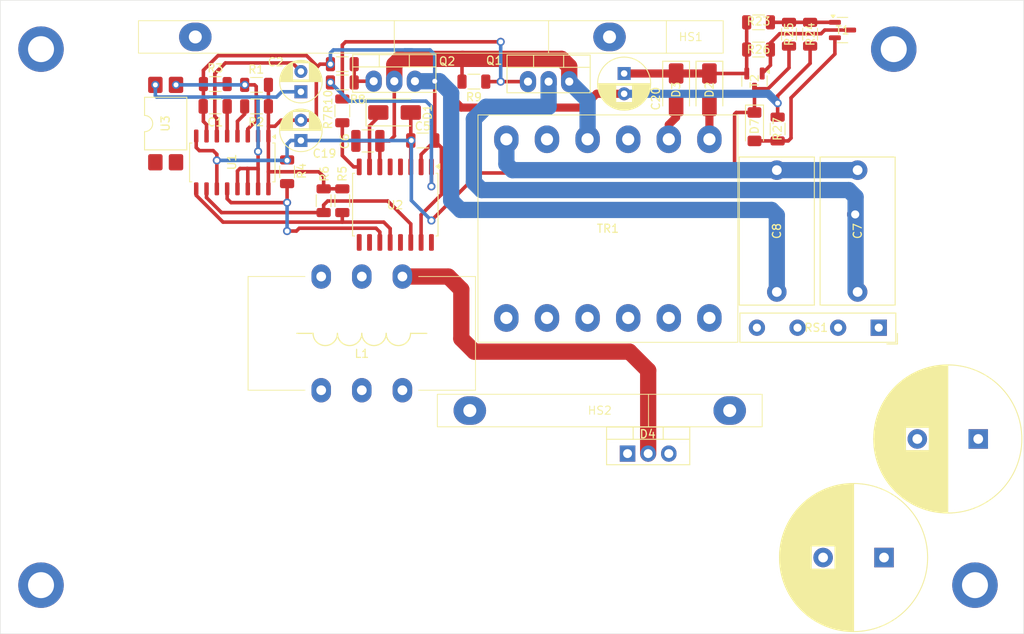
<source format=kicad_pcb>
(kicad_pcb (version 20241229) (generator "pcbnew") (generator_version "9.0")
  (layers (0 "F.Cu" signal) (2 "B.Cu" signal) (5 "F.SilkS" user "F.Silkscreen") (7 "B.SilkS" user "B.Silkscreen") (1 "F.Mask" user) (3 "B.Mask" user) (25 "Edge.Cuts" user))
  (net 0 "")
  (net 3 "GND2")
  (net 5 "+HV")
  (net 8 "Net-(D1-C)")
  (net 9 "Net-(U2-HO)")
  (net 10 "Net-(U2-LO)")
  (net 13 "Net-(U1-E2)")
  (net 14 "Net-(U1-E1)")
  (net 15 "Net-(U1-VCC)")
  (net 22 "Net-(Q1-S)")
  (net 23 "Net-(Q1-G)")
  (net 24 "Net-(Q2-G)")
  (net 25 "Net-(C7-Pad1)")
  (net 26 "Net-(U1-CT)")
  (net 27 "Net-(U1-RT)")
  (net 28 "Net-(U1-1IN-)")
  (net 29 "Net-(C17-Pad2)")
  (net 30 "Net-(U1-DTC)")
  (net 31 "Net-(U1-FB)")
  (net 34 "Net-(D2-C)")
  (net 35 "Net-(D2-A)")
  (net 36 "Net-(D3-A)")
  (net 37 "Net-(D4-A2)")
  (net 38 "Net-(D4-A1)")
  (net 39 "Net-(D4-K)")
  (net 40 "VCC")
  (net 41 "Net-(D7-A)")
  (net 42 "Net-(T1-B)")
  (net 43 "Net-(T1-C)")
  (net 44 "GND")
  (footprint "Resistor_SMD:R_1206_3216Metric" (layer "F.Cu") (at 111.5375 50.4 180)
    (property "Reference" "R1" (at 0.0375 1.9 0) (layer "F.SilkS"))
    (property "Value" "1k")
    (pad "1" smd roundrect (at -1.4625 0 180) (size 1.125 1.75) (layers "F.Cu" "F.Mask" "F.Paste") (roundrect_rratio 0.222222) (net 3 "GND2"))
    (pad "2" smd roundrect (at 1.4625 0 180) (size 1.125 1.75) (layers "F.Cu" "F.Mask" "F.Paste") (roundrect_rratio 0.222222) (net 31 "Net-(U1-FB)"))
  )
  (footprint "Resistor_SMD:R_1206_3216Metric" (layer "F.Cu") (at 177.1 44.1625 90)
    (property "Reference" "R25" (at 0 -0.005 90) (layer "F.SilkS"))
    (property "Value" "100k")
    (pad "1" smd roundrect (at -1.4625 0 90) (size 1.125 1.75) (layers "F.Cu" "F.Mask" "F.Paste") (roundrect_rratio 0.222222) (net 40 "VCC"))
    (pad "2" smd roundrect (at 1.4625 0 90) (size 1.125 1.75) (layers "F.Cu" "F.Mask" "F.Paste") (roundrect_rratio 0.222222) (net 42 "Net-(T1-B)"))
  )
  (footprint "Package_TO_SOT_THT:TO-220-3_Vertical" (layer "F.Cu") (at 157.22 95.8)
    (property "Reference" "D4" (at 2.48 -2.4 0) (layer "F.SilkS"))
    (property "Value" "~")
    (pad "1" thru_hole rect (at 0 0) (size 1.905 2) (drill 1.1) (layers "*.Cu" "*.Mask") (net 38 "Net-(D4-A1)"))
    (pad "2" thru_hole oval (at 2.54 0) (size 1.905 2) (drill 1.1) (layers "*.Cu" "*.Mask") (net 39 "Net-(D4-K)"))
    (pad "3" thru_hole oval (at 5.08 0) (size 1.905 2) (drill 1.1) (layers "*.Cu" "*.Mask") (net 37 "Net-(D4-A2)"))
  )
  (footprint "Resistor_SMD:R_1206_3216Metric" (layer "F.Cu") (at 179.7 44.1625 90)
    (property "Reference" "R24" (at 0 0.035 90) (layer "F.SilkS"))
    (property "Value" "7k5")
    (pad "1" smd roundrect (at -1.4625 0 90) (size 1.125 1.75) (layers "F.Cu" "F.Mask" "F.Paste") (roundrect_rratio 0.222222) (net 3 "GND2"))
    (pad "2" smd roundrect (at 1.4625 0 90) (size 1.125 1.75) (layers "F.Cu" "F.Mask" "F.Paste") (roundrect_rratio 0.222222) (net 42 "Net-(T1-B)"))
  )
  (footprint "Resistor_SMD:R_1206_3216Metric" (layer "F.Cu") (at 106.4575 50.3)
    (property "Reference" "R3" (at -0.0075 -1.95 0) (layer "F.SilkS"))
    (property "Value" "11k")
    (pad "1" smd roundrect (at -1.4625 0) (size 1.125 1.75) (layers "F.Cu" "F.Mask" "F.Paste") (roundrect_rratio 0.222222) (net 3 "GND2"))
    (pad "2" smd roundrect (at 1.4625 0) (size 1.125 1.75) (layers "F.Cu" "F.Mask" "F.Paste") (roundrect_rratio 0.222222) (net 27 "Net-(U1-RT)"))
  )
  (footprint "Resistor_SMD:R_1206_3216Metric" (layer "F.Cu") (at 122.1 50.1)
    (property "Reference" "R8" (at 1.9 2.1 0) (layer "F.SilkS"))
    (property "Value" "33")
    (pad "1" smd roundrect (at -1.4625 0) (size 1.125 1.75) (layers "F.Cu" "F.Mask" "F.Paste") (roundrect_rratio 0.222222) (net 10 "Net-(U2-LO)"))
    (pad "2" smd roundrect (at 1.4625 0) (size 1.125 1.75) (layers "F.Cu" "F.Mask" "F.Paste") (roundrect_rratio 0.222222) (net 24 "Net-(Q2-G)"))
  )
  (footprint "_aTransformers:E36-FLEX-200A-P" (layer "F.Cu") (at 154.8 68.1 180)
    (property "Reference" "TR1" (at 0 0 0) (layer "F.SilkS"))
    (property "Value" "HB-FLEX-200A-1")
    (pad "1" thru_hole oval (at -12.5 11 180) (size 3 3.4) (drill 1.5) (layers "*.Cu" "*.Mask") (net 35 "Net-(D2-A)"))
    (pad "2" thru_hole oval (at -7.5 11 180) (size 3 3.4) (drill 1.5) (layers "*.Cu" "*.Mask") (net 36 "Net-(D3-A)"))
    (pad "3" thru_hole oval (at -2.5 11 180) (size 3 3.4) (drill 1.5) (layers "*.Cu" "*.Mask"))
    (pad "4" thru_hole oval (at 2.5 11 180) (size 3 3.4) (drill 1.5) (layers "*.Cu" "*.Mask") (net 22 "Net-(Q1-S)"))
    (pad "5" thru_hole oval (at 7.5 11 180) (size 3 3.4) (drill 1.5) (layers "*.Cu" "*.Mask"))
    (pad "6" thru_hole oval (at 12.5 11 180) (size 3 3.4) (drill 1.5) (layers "*.Cu" "*.Mask") (net 25 "Net-(C7-Pad1)"))
    (pad "7" thru_hole oval (at 12.5 -11 180) (size 3 3.4) (drill 1.5) (layers "*.Cu" "*.Mask") (net 38 "Net-(D4-A1)"))
    (pad "8" thru_hole oval (at 7.5 -11 180) (size 3 3.4) (drill 1.5) (layers "*.Cu" "*.Mask") (net 38 "Net-(D4-A1)"))
    (pad "9" thru_hole oval (at 2.5 -11 180) (size 3 3.4) (drill 1.5) (layers "*.Cu" "*.Mask") (net 44 "GND"))
    (pad "10" thru_hole oval (at -2.5 -11 180) (size 3 3.4) (drill 1.5) (layers "*.Cu" "*.Mask") (net 44 "GND"))
    (pad "11" thru_hole oval (at -7.5 -11 180) (size 3 3.4) (drill 1.5) (layers "*.Cu" "*.Mask") (net 37 "Net-(D4-A2)"))
    (pad "12" thru_hole oval (at -12.5 -11 180) (size 3 3.4) (drill 1.5) (layers "*.Cu" "*.Mask") (net 37 "Net-(D4-A2)"))
  )
  (footprint "Resistor_SMD:R_1206_3216Metric" (layer "F.Cu") (at 115.3 61.1 90)
    (property "Reference" "R4" (at 0.1 1.8 90) (layer "F.SilkS"))
    (property "Value" "27")
    (pad "1" smd roundrect (at -1.4625 0 90) (size 1.125 1.75) (layers "F.Cu" "F.Mask" "F.Paste") (roundrect_rratio 0.222222) (net 15 "Net-(U1-VCC)"))
    (pad "2" smd roundrect (at 1.4625 0 90) (size 1.125 1.75) (layers "F.Cu" "F.Mask" "F.Paste") (roundrect_rratio 0.222222) (net 40 "VCC"))
  )
  (footprint "Resistor_SMD:R_1206_3216Metric" (layer "F.Cu") (at 173.35 46.05 180)
    (property "Reference" "R26" (at 0 0.005 0) (layer "F.SilkS"))
    (property "Value" "100k")
    (pad "1" smd roundrect (at -1.4625 0 180) (size 1.125 1.75) (layers "F.Cu" "F.Mask" "F.Paste") (roundrect_rratio 0.222222) (net 43 "Net-(T1-C)"))
    (pad "2" smd roundrect (at 1.4625 0 180) (size 1.125 1.75) (layers "F.Cu" "F.Mask" "F.Paste") (roundrect_rratio 0.222222) (net 34 "Net-(D2-C)"))
  )
  (footprint "MountingHole:MountingHole_3.2mm_M3_DIN965_Pad" (layer "F.Cu") (at 190 46)
    (property "Reference" "H2" (hide yes))
    (property "Value" "MountingHole")
    (pad "1" thru_hole circle (at 0 0) (size 5.6 5.6) (drill 3.2) (layers "*.Cu" "*.Mask"))
  )
  (footprint "MountingHole:MountingHole_3.2mm_M3_DIN965_Pad" (layer "F.Cu") (at 85 112)
    (property "Reference" "H3" (hide yes))
    (property "Value" "MountingHole")
    (pad "1" thru_hole circle (at 0 0) (size 5.6 5.6) (drill 3.2) (layers "*.Cu" "*.Mask"))
  )
  (footprint "Package_DIP:SMDIP-4_W9.53mm" (layer "F.Cu") (at 100.35 55.165 90)
    (property "Reference" "U3" (at 0 -0.03 90) (layer "F.SilkS"))
    (property "Value" "PC817")
    (pad "1" smd roundrect (at -4.765 -1.27 90) (size 2 1.78) (layers "F.Cu" "F.Mask" "F.Paste") (roundrect_rratio 0.140449))
    (pad "2" smd roundrect (at -4.765 1.27 90) (size 2 1.78) (layers "F.Cu" "F.Mask" "F.Paste") (roundrect_rratio 0.140449))
    (pad "3" smd roundrect (at 4.765 1.27 90) (size 2 1.78) (layers "F.Cu" "F.Mask" "F.Paste") (roundrect_rratio 0.140449) (net 31 "Net-(U1-FB)"))
    (pad "4" smd roundrect (at 4.765 -1.27 90) (size 2 1.78) (layers "F.Cu" "F.Mask" "F.Paste") (roundrect_rratio 0.140449) (net 28 "Net-(U1-1IN-)"))
  )
  (footprint "Diode_THT:Diode_Bridge_19.0x3.5x10.0mm_P5.0mm" (layer "F.Cu") (at 188.15 80.3 180)
    (property "Reference" "RS1" (at 7.7 0 0) (layer "F.SilkS"))
    (property "Value" "BRIDGE")
    (pad "1" thru_hole rect (at 0 0 180) (size 2 2) (drill 1) (layers "*.Cu" "*.Mask") (net 5 "+HV"))
    (pad "2" thru_hole circle (at 5 0 180) (size 2 2) (drill 1) (layers "*.Cu" "*.Mask"))
    (pad "3" thru_hole circle (at 10 0 180) (size 2 2) (drill 1) (layers "*.Cu" "*.Mask"))
    (pad "4" thru_hole circle (at 15 0 180) (size 2 2) (drill 1) (layers "*.Cu" "*.Mask") (net 3 "GND2"))
  )
  (footprint "Resistor_SMD:R_1206_3216Metric" (layer "F.Cu") (at 122.1 47.8505 180)
    (property "Reference" "R10" (at 1.75 -4.5995 90) (layer "F.SilkS"))
    (property "Value" "1k")
    (pad "1" smd roundrect (at -1.4625 0 180) (size 1.125 1.75) (layers "F.Cu" "F.Mask" "F.Paste") (roundrect_rratio 0.222222) (net 24 "Net-(Q2-G)"))
    (pad "2" smd roundrect (at 1.4625 0 180) (size 1.125 1.75) (layers "F.Cu" "F.Mask" "F.Paste") (roundrect_rratio 0.222222) (net 3 "GND2"))
  )
  (footprint "Diode_SMD:D_SMA" (layer "F.Cu") (at 163.2 51 -90)
    (property "Reference" "D3" (at 0 0 90) (layer "F.SilkS"))
    (property "Value" "ES1J")
    (pad "1" smd roundrect (at -2 0 270) (size 2.5 1.8) (layers "F.Cu" "F.Mask" "F.Paste") (roundrect_rratio 0.1388888889) (net 34 "Net-(D2-C)"))
    (pad "2" smd roundrect (at 2 0 270) (size 2.5 1.8) (layers "F.Cu" "F.Mask" "F.Paste") (roundrect_rratio 0.1388888889) (net 36 "Net-(D3-A)"))
  )
  (footprint "Capacitor_THT:CP_Radial_D18.0mm_P7.50mm" (layer "F.Cu") (at 188.8 108.6 180)
    (property "Reference" "C22" (hide yes))
    (property "Value" "330x200")
    (pad "1" thru_hole rect (at 0 0 180) (size 2.4 2.4) (drill 1.2) (layers "*.Cu" "*.Mask") (net 29 "Net-(C17-Pad2)"))
    (pad "2" thru_hole circle (at 7.5 0 180) (size 2.4 2.4) (drill 1.2) (layers "*.Cu" "*.Mask") (net 3 "GND2"))
  )
  (footprint "Capacitor_THT:C_Rect_L18.0mm_W9.0mm_P15.00mm_FKS3_FKP3" (layer "F.Cu") (at 185.55 60.9 -90)
    (property "Reference" "C7" (at 7.5 0 90) (layer "F.SilkS"))
    (property "Value" "1u")
    (pad "1" thru_hole circle (at 0 0 270) (size 2.4 2.4) (drill 1.2) (layers "*.Cu" "*.Mask") (net 25 "Net-(C7-Pad1)"))
    (pad "2" thru_hole circle (at 15 0 270) (size 2.4 2.4) (drill 1.2) (layers "*.Cu" "*.Mask") (net 5 "+HV"))
  )
  (footprint "Capacitor_THT:CP_Radial_D5.0mm_P2.50mm" (layer "F.Cu") (at 117 57.25 90)
    (property "Reference" "C19" (at -1.6 2.9 180) (layer "F.SilkS"))
    (property "Value" "10x35")
    (pad "1" thru_hole rect (at 0 0 90) (size 1.6 1.6) (drill 0.8) (layers "*.Cu" "*.Mask") (net 40 "VCC"))
    (pad "2" thru_hole circle (at 2.5 0 90) (size 1.6 1.6) (drill 0.8) (layers "*.Cu" "*.Mask") (net 3 "GND2"))
  )
  (footprint "mmods:TO-220-3-01" (layer "F.Cu") (at 125.96 49.9495)
    (property "Reference" "Q2" (at 9.04 -2.4495 0) (layer "F.SilkS"))
    (property "Value" "740")
    (pad "1" thru_hole oval (at 0 0) (size 2 2.6) (drill 1) (layers "*.Cu" "*.Mask") (net 24 "Net-(Q2-G)"))
    (pad "2" thru_hole oval (at 2.54 0) (size 2 2.6) (drill 1) (layers "*.Cu" "*.Mask") (net 22 "Net-(Q1-S)"))
    (pad "3" thru_hole oval (at 5.08 0) (size 2 2.6) (drill 1) (layers "*.Cu" "*.Mask") (net 3 "GND2"))
  )
  (footprint "Diode_SMD:D_MiniMELF" (layer "F.Cu") (at 172.85 55.55 -90)
    (property "Reference" "D7" (at -0.05 0 90) (layer "F.SilkS"))
    (property "Value" "DIODE")
    (pad "1" smd roundrect (at -1.75 0 270) (size 1.3 1.7) (layers "F.Cu" "F.Mask" "F.Paste") (roundrect_rratio 0.1923076923) (net 40 "VCC"))
    (pad "2" smd roundrect (at 1.75 0 270) (size 1.3 1.7) (layers "F.Cu" "F.Mask" "F.Paste") (roundrect_rratio 0.1923076923) (net 41 "Net-(D7-A)"))
  )
  (footprint "Capacitor_SMD:C_1210_3225Metric" (layer "F.Cu") (at 125.245 57.3 180)
    (property "Reference" "C6" (at 2.845 -0.05 90) (layer "F.SilkS"))
    (property "Value" "2,2")
    (pad "1" smd roundrect (at -1.475 0 180) (size 1.15 2.7) (layers "F.Cu" "F.Mask" "F.Paste") (roundrect_rratio 0.217391) (net 22 "Net-(Q1-S)"))
    (pad "2" smd roundrect (at 1.475 0 180) (size 1.15 2.7) (layers "F.Cu" "F.Mask" "F.Paste") (roundrect_rratio 0.217391) (net 8 "Net-(D1-C)"))
  )
  (footprint "Capacitor_SMD:C_1206_3216Metric" (layer "F.Cu") (at 132.005 57.25 180)
    (property "Reference" "C5" (at 0.005 1.75 0) (layer "F.SilkS"))
    (property "Value" "2,2")
    (pad "1" smd roundrect (at -1.475 0 180) (size 1.15 1.8) (layers "F.Cu" "F.Mask" "F.Paste") (roundrect_rratio 0.217391) (net 3 "GND2"))
    (pad "2" smd roundrect (at 1.475 0 180) (size 1.15 1.8) (layers "F.Cu" "F.Mask" "F.Paste") (roundrect_rratio 0.217391) (net 40 "VCC"))
  )
  (footprint "Package_TO_SOT_SMD:SOT-23" (layer "F.Cu") (at 183.6875 43.65)
    (property "Reference" "T1" (at 0 0.02 0) (layer "F.SilkS"))
    (property "Value" "BC817")
    (pad "1" smd roundrect (at -0.9375 -0.95) (size 1.475 0.6) (layers "F.Cu" "F.Mask" "F.Paste") (net 42 "Net-(T1-B)"))
    (pad "2" smd roundrect (at -0.9375 0.95) (size 1.475 0.6) (layers "F.Cu" "F.Mask" "F.Paste") (net 41 "Net-(D7-A)"))
    (pad "3" smd roundrect (at 0.9375 0) (size 1.475 0.6) (layers "F.Cu" "F.Mask" "F.Paste") (net 43 "Net-(T1-C)"))
  )
  (footprint "_aTransformers:DRO05-FLEX-200A" (layer "F.Cu") (at 124.5 81 180)
    (property "Reference" "L1" (at 0 -2.5 0) (layer "F.SilkS"))
    (property "Value" "LFERR")
    (pad "1" thru_hole oval (at -5 7 180) (size 2.4 3) (drill 1.2) (layers "*.Cu" "*.Mask") (net 39 "Net-(D4-K)"))
    (pad "1" thru_hole oval (at 0 7 180) (size 2.4 3) (drill 1.2) (layers "*.Cu" "*.Mask") (net 39 "Net-(D4-K)"))
    (pad "1" thru_hole oval (at 5 7 180) (size 2.4 3) (drill 1.2) (layers "*.Cu" "*.Mask") (net 39 "Net-(D4-K)"))
    (pad "2" thru_hole oval (at -5 -7 180) (size 2.4 3) (drill 1.2) (layers "*.Cu" "*.Mask"))
    (pad "2" thru_hole oval (at 0 -7 180) (size 2.4 3) (drill 1.2) (layers "*.Cu" "*.Mask"))
    (pad "2" thru_hole oval (at 5 -7 180) (size 2.4 3) (drill 1.2) (layers "*.Cu" "*.Mask"))
  )
  (footprint "Resistor_SMD:R_1206_3216Metric" (layer "F.Cu") (at 175.7 55.8375 -90)
    (property "Reference" "R27" (at 0 0.015 90) (layer "F.SilkS"))
    (property "Value" "1k")
    (pad "1" smd roundrect (at -1.4625 0 270) (size 1.125 1.75) (layers "F.Cu" "F.Mask" "F.Paste") (roundrect_rratio 0.222222) (net 3 "GND2"))
    (pad "2" smd roundrect (at 1.4625 0 270) (size 1.125 1.75) (layers "F.Cu" "F.Mask" "F.Paste") (roundrect_rratio 0.222222) (net 41 "Net-(D7-A)"))
  )
  (footprint "Resistor_SMD:R_1206_3216Metric" (layer "F.Cu") (at 122.1 64.6625 90)
    (property "Reference" "R5" (at 3.3125 0 90) (layer "F.SilkS"))
    (property "Value" "10k")
    (pad "1" smd roundrect (at -1.4625 0 90) (size 1.125 1.75) (layers "F.Cu" "F.Mask" "F.Paste") (roundrect_rratio 0.222222) (net 14 "Net-(U1-E1)"))
    (pad "2" smd roundrect (at 1.4625 0 90) (size 1.125 1.75) (layers "F.Cu" "F.Mask" "F.Paste") (roundrect_rratio 0.222222) (net 3 "GND2"))
  )
  (footprint "Resistor_SMD:R_1206_3216Metric" (layer "F.Cu") (at 173.35 42.7 180)
    (property "Reference" "R23" (at 0 0.125 0) (layer "F.SilkS"))
    (property "Value" "470k")
    (pad "1" smd roundrect (at -1.4625 0 180) (size 1.125 1.75) (layers "F.Cu" "F.Mask" "F.Paste") (roundrect_rratio 0.222222) (net 42 "Net-(T1-B)"))
    (pad "2" smd roundrect (at 1.4625 0 180) (size 1.125 1.75) (layers "F.Cu" "F.Mask" "F.Paste") (roundrect_rratio 0.222222) (net 34 "Net-(D2-C)"))
  )
  (footprint "_aHeatsink:HeatsinkFLEX-200A-2" (layer "F.Cu") (at 153.8 90.5)
    (property "Reference" "HS2" (at 0 0 0) (layer "F.SilkS") (effects (font (thickness 0.12))))
    (property "Value" "Heatsink_Pad")
    (pad "1" thru_hole oval (at -16 0) (size 4 3.5) (drill 1.6) (layers "*.Cu" "*.Mask"))
    (pad "2" thru_hole oval (at 16 0) (size 4 3.5) (drill 1.6) (layers "*.Cu" "*.Mask"))
  )
  (footprint "MountingHole:MountingHole_3.2mm_M3_DIN965_Pad" (layer "F.Cu") (at 85 46)
    (property "Reference" "H1" (hide yes))
    (property "Value" "MountingHole")
    (pad "1" thru_hole circle (at 0 0) (size 5.6 5.6) (drill 3.2) (layers "*.Cu" "*.Mask"))
  )
  (footprint "Package_SO:SOIC-16W_7.5x10.3mm_P1.27mm" (layer "F.Cu") (at 128.625 65.15 -90)
    (property "Reference" "U2" (at 0.05 0.025 180) (layer "F.SilkS"))
    (property "Value" "IR2113S")
    (pad "1" smd roundrect (at -4.65 -4.445 270) (size 2.05 0.6) (layers "F.Cu" "F.Mask" "F.Paste") (net 10 "Net-(U2-LO)"))
    (pad "2" smd roundrect (at -4.65 -3.175 270) (size 2.05 0.6) (layers "F.Cu" "F.Mask" "F.Paste") (net 3 "GND2"))
    (pad "3" smd roundrect (at -4.65 -1.905 270) (size 2.05 0.6) (layers "F.Cu" "F.Mask" "F.Paste") (net 40 "VCC"))
    (pad "4" smd roundrect (at -4.65 -0.635 270) (size 2.05 0.6) (layers "F.Cu" "F.Mask" "F.Paste"))
    (pad "5" smd roundrect (at -4.65 0.635 270) (size 2.05 0.6) (layers "F.Cu" "F.Mask" "F.Paste"))
    (pad "6" smd roundrect (at -4.65 1.905 270) (size 2.05 0.6) (layers "F.Cu" "F.Mask" "F.Paste") (net 22 "Net-(Q1-S)"))
    (pad "7" smd roundrect (at -4.65 3.175 270) (size 2.05 0.6) (layers "F.Cu" "F.Mask" "F.Paste") (net 8 "Net-(D1-C)"))
    (pad "8" smd roundrect (at -4.65 4.445 270) (size 2.05 0.6) (layers "F.Cu" "F.Mask" "F.Paste") (net 9 "Net-(U2-HO)"))
    (pad "9" smd roundrect (at 4.65 4.445 270) (size 2.05 0.6) (layers "F.Cu" "F.Mask" "F.Paste"))
    (pad "10" smd roundrect (at 4.65 3.175 270) (size 2.05 0.6) (layers "F.Cu" "F.Mask" "F.Paste"))
    (pad "11" smd roundrect (at 4.65 1.905 270) (size 2.05 0.6) (layers "F.Cu" "F.Mask" "F.Paste") (net 15 "Net-(U1-VCC)"))
    (pad "12" smd roundrect (at 4.65 0.635 270) (size 2.05 0.6) (layers "F.Cu" "F.Mask" "F.Paste") (net 14 "Net-(U1-E1)"))
    (pad "13" smd roundrect (at 4.65 -0.635 270) (size 2.05 0.6) (layers "F.Cu" "F.Mask" "F.Paste"))
    (pad "14" smd roundrect (at 4.65 -1.905 270) (size 2.05 0.6) (layers "F.Cu" "F.Mask" "F.Paste") (net 13 "Net-(U1-E2)"))
    (pad "15" smd roundrect (at 4.65 -3.175 270) (size 2.05 0.6) (layers "F.Cu" "F.Mask" "F.Paste") (net 3 "GND2"))
    (pad "16" smd roundrect (at 4.65 -4.445 270) (size 2.05 0.6) (layers "F.Cu" "F.Mask" "F.Paste"))
  )
  (footprint "Resistor_SMD:R_1206_3216Metric" (layer "F.Cu") (at 122.1 53.6 90)
    (property "Reference" "R7" (at -1.3 -1.75 90) (layer "F.SilkS"))
    (property "Value" "33")
    (pad "1" smd roundrect (at -1.4625 0 90) (size 1.125 1.75) (layers "F.Cu" "F.Mask" "F.Paste") (roundrect_rratio 0.222222) (net 9 "Net-(U2-HO)"))
    (pad "2" smd roundrect (at 1.4625 0 90) (size 1.125 1.75) (layers "F.Cu" "F.Mask" "F.Paste") (roundrect_rratio 0.222222) (net 23 "Net-(Q1-G)"))
  )
  (footprint "Capacitor_THT:CP_Radial_D5.0mm_P2.50mm" (layer "F.Cu") (at 117 51.25 90)
    (property "Reference" "C2" (at 3.65 -3.1 180) (layer "F.SilkS"))
    (property "Value" "10x35")
    (pad "1" thru_hole rect (at 0 0 90) (size 1.6 1.6) (drill 0.8) (layers "*.Cu" "*.Mask") (net 28 "Net-(U1-1IN-)"))
    (pad "2" thru_hole circle (at 2.5 0 90) (size 1.6 1.6) (drill 0.8) (layers "*.Cu" "*.Mask") (net 27 "Net-(U1-RT)"))
  )
  (footprint "Capacitor_SMD:C_1206_3216Metric" (layer "F.Cu") (at 106.445 53.05 180)
    (property "Reference" "C1" (at -0.005 -1.95 0) (layer "F.SilkS"))
    (property "Value" "1000")
    (pad "1" smd roundrect (at -1.475 0 180) (size 1.15 1.8) (layers "F.Cu" "F.Mask" "F.Paste") (roundrect_rratio 0.217391) (net 26 "Net-(U1-CT)"))
    (pad "2" smd roundrect (at 1.475 0 180) (size 1.15 1.8) (layers "F.Cu" "F.Mask" "F.Paste") (roundrect_rratio 0.217391) (net 3 "GND2"))
  )
  (footprint "Package_SO:SOIC-16_4.55x10.3mm_P1.27mm" (layer "F.Cu") (at 108.555 59.95 -90)
    (property "Reference" "U1" (at -0.05 0.045 90) (layer "F.SilkS"))
    (property "Value" "TL494IDR")
    (pad "1" smd roundrect (at -3.25 -4.445 270) (size 1.6 0.55) (layers "F.Cu" "F.Mask" "F.Paste") (net 3 "GND2"))
    (pad "2" smd roundrect (at -3.25 -3.175 270) (size 1.6 0.55) (layers "F.Cu" "F.Mask" "F.Paste") (net 28 "Net-(U1-1IN-)"))
    (pad "3" smd roundrect (at -3.25 -1.905 270) (size 1.6 0.55) (layers "F.Cu" "F.Mask" "F.Paste") (net 31 "Net-(U1-FB)"))
    (pad "4" smd roundrect (at -3.25 -0.635 270) (size 1.6 0.55) (layers "F.Cu" "F.Mask" "F.Paste") (net 30 "Net-(U1-DTC)"))
    (pad "5" smd roundrect (at -3.25 0.635 270) (size 1.6 0.55) (layers "F.Cu" "F.Mask" "F.Paste") (net 26 "Net-(U1-CT)"))
    (pad "6" smd roundrect (at -3.25 1.905 270) (size 1.6 0.55) (layers "F.Cu" "F.Mask" "F.Paste") (net 27 "Net-(U1-RT)"))
    (pad "7" smd roundrect (at -3.25 3.175 270) (size 1.6 0.55) (layers "F.Cu" "F.Mask" "F.Paste") (net 3 "GND2"))
    (pad "8" smd roundrect (at -3.25 4.445 270) (size 1.6 0.55) (layers "F.Cu" "F.Mask" "F.Paste") (net 40 "VCC"))
    (pad "9" smd roundrect (at 3.25 4.445 270) (size 1.6 0.55) (layers "F.Cu" "F.Mask" "F.Paste") (net 14 "Net-(U1-E1)"))
    (pad "10" smd roundrect (at 3.25 3.175 270) (size 1.6 0.55) (layers "F.Cu" "F.Mask" "F.Paste") (net 13 "Net-(U1-E2)"))
    (pad "11" smd roundrect (at 3.25 1.905 270) (size 1.6 0.55) (layers "F.Cu" "F.Mask" "F.Paste") (net 40 "VCC"))
    (pad "12" smd roundrect (at 3.25 0.635 270) (size 1.6 0.55) (layers "F.Cu" "F.Mask" "F.Paste") (net 15 "Net-(U1-VCC)"))
    (pad "13" smd roundrect (at 3.25 -0.635 270) (size 1.6 0.55) (layers "F.Cu" "F.Mask" "F.Paste") (net 28 "Net-(U1-1IN-)"))
    (pad "14" smd roundrect (at 3.25 -1.905 270) (size 1.6 0.55) (layers "F.Cu" "F.Mask" "F.Paste") (net 28 "Net-(U1-1IN-)"))
    (pad "15" smd roundrect (at 3.25 -3.175 270) (size 1.6 0.55) (layers "F.Cu" "F.Mask" "F.Paste") (net 28 "Net-(U1-1IN-)"))
    (pad "16" smd roundrect (at 3.25 -4.445 270) (size 1.6 0.55) (layers "F.Cu" "F.Mask" "F.Paste") (net 3 "GND2"))
  )
  (footprint "Capacitor_THT:CP_Radial_D18.0mm_P7.50mm" (layer "F.Cu") (at 200.4 94 180)
    (property "Reference" "C17" (hide yes))
    (property "Value" "330x200")
    (pad "1" thru_hole rect (at 0 0 180) (size 2.4 2.4) (drill 1.2) (layers "*.Cu" "*.Mask") (net 5 "+HV"))
    (pad "2" thru_hole circle (at 7.5 0 180) (size 2.4 2.4) (drill 1.2) (layers "*.Cu" "*.Mask") (net 29 "Net-(C17-Pad2)"))
  )
  (footprint "_aHeatsink:HeatsinkFLEX-200A-1" (layer "F.Cu") (at 133 44.5)
    (property "Reference" "HS1" (at 32 0 0) (layer "F.SilkS") (effects (font (thickness 0.12))))
    (property "Value" "Heatsink_Pad")
    (pad "1" thru_hole oval (at -29 0) (size 4 3.5) (drill 1.6) (layers "*.Cu" "*.Mask"))
    (pad "2" thru_hole oval (at 22 0) (size 4 3.5) (drill 1.6) (layers "*.Cu" "*.Mask"))
  )
  (footprint "Resistor_SMD:R_1206_3216Metric" (layer "F.Cu") (at 111.5375 53.05 180)
    (property "Reference" "R2" (at 0.0375 -1.92 0) (layer "F.SilkS"))
    (property "Value" "10k")
    (pad "1" smd roundrect (at -1.4625 0 180) (size 1.125 1.75) (layers "F.Cu" "F.Mask" "F.Paste") (roundrect_rratio 0.222222) (net 3 "GND2"))
    (pad "2" smd roundrect (at 1.4625 0 180) (size 1.125 1.75) (layers "F.Cu" "F.Mask" "F.Paste") (roundrect_rratio 0.222222) (net 30 "Net-(U1-DTC)"))
  )
  (footprint "MountingHole:MountingHole_3.2mm_M3_DIN965_Pad" (layer "F.Cu") (at 200 112)
    (property "Reference" "H4" (hide yes))
    (property "Value" "MountingHole")
    (pad "1" thru_hole circle (at 0 0) (size 5.6 5.6) (drill 3.2) (layers "*.Cu" "*.Mask"))
  )
  (footprint "mmods:TO-220-3-01" (layer "F.Cu") (at 144.96 50)
    (property "Reference" "Q1" (at -4.16 -2.6 0) (layer "F.SilkS"))
    (property "Value" "740")
    (pad "1" thru_hole oval (at 0 0) (size 2 2.6) (drill 1) (layers "*.Cu" "*.Mask") (net 23 "Net-(Q1-G)"))
    (pad "2" thru_hole oval (at 2.54 0) (size 2 2.6) (drill 1) (layers "*.Cu" "*.Mask") (net 5 "+HV"))
    (pad "3" thru_hole oval (at 5.08 0) (size 2 2.6) (drill 1) (layers "*.Cu" "*.Mask") (net 22 "Net-(Q1-S)"))
  )
  (footprint "Diode_SMD:D_SMA" (layer "F.Cu") (at 167.3 51 -90)
    (property "Reference" "D2" (at 0 0 90) (layer "F.SilkS"))
    (property "Value" "ES1J")
    (pad "1" smd roundrect (at -2 0 270) (size 2.5 1.8) (layers "F.Cu" "F.Mask" "F.Paste") (roundrect_rratio 0.1388888889) (net 34 "Net-(D2-C)"))
    (pad "2" smd roundrect (at 2 0 270) (size 2.5 1.8) (layers "F.Cu" "F.Mask" "F.Paste") (roundrect_rratio 0.1388888889) (net 35 "Net-(D2-A)"))
  )
  (footprint "Capacitor_THT:C_Rect_L18.0mm_W9.0mm_P15.00mm_FKS3_FKP3" (layer "F.Cu") (at 175.6 75.9 90)
    (property "Reference" "C8" (at 7.5 0 90) (layer "F.SilkS"))
    (property "Value" "1u")
    (pad "1" thru_hole circle (at 0 0 90) (size 2.4 2.4) (drill 1.2) (layers "*.Cu" "*.Mask") (net 3 "GND2"))
    (pad "2" thru_hole circle (at 15 0 90) (size 2.4 2.4) (drill 1.2) (layers "*.Cu" "*.Mask") (net 25 "Net-(C7-Pad1)"))
  )
  (footprint "Resistor_SMD:R_1206_3216Metric" (layer "F.Cu") (at 138.3 50 180)
    (property "Reference" "R9" (at 0 -1.9 0) (layer "F.SilkS"))
    (property "Value" "1k")
    (pad "1" smd roundrect (at -1.4625 0 180) (size 1.125 1.75) (layers "F.Cu" "F.Mask" "F.Paste") (roundrect_rratio 0.222222) (net 23 "Net-(Q1-G)"))
    (pad "2" smd roundrect (at 1.4625 0 180) (size 1.125 1.75) (layers "F.Cu" "F.Mask" "F.Paste") (roundrect_rratio 0.222222) (net 22 "Net-(Q1-S)"))
  )
  (footprint "Package_TO_SOT_SMD:SOT-23" (layer "F.Cu") (at 172.85 49.9375 -90)
    (property "Reference" "T2" (at 0 -0.005 90) (layer "F.SilkS"))
    (property "Value" "BC807")
    (pad "1" smd roundrect (at -0.9375 -0.95 270) (size 1.475 0.6) (layers "F.Cu" "F.Mask" "F.Paste") (net 43 "Net-(T1-C)"))
    (pad "2" smd roundrect (at -0.9375 0.95 270) (size 1.475 0.6) (layers "F.Cu" "F.Mask" "F.Paste") (net 34 "Net-(D2-C)"))
    (pad "3" smd roundrect (at 0.9375 0 270) (size 1.475 0.6) (layers "F.Cu" "F.Mask" "F.Paste") (net 40 "VCC"))
  )
  (footprint "Diode_SMD:D_SMA" (layer "F.Cu") (at 128.53 53.8)
    (property "Reference" "D1" (at 4.07 -0.05 90) (layer "F.SilkS"))
    (property "Value" "ES1J")
    (pad "1" smd roundrect (at -2 0) (size 2.5 1.8) (layers "F.Cu" "F.Mask" "F.Paste") (roundrect_rratio 0.1388888889) (net 8 "Net-(D1-C)"))
    (pad "2" smd roundrect (at 2 0) (size 2.5 1.8) (layers "F.Cu" "F.Mask" "F.Paste") (roundrect_rratio 0.1388888889) (net 40 "VCC"))
  )
  (footprint "Capacitor_THT:CP_Radial_D6.3mm_P2.50mm" (layer "F.Cu") (at 156.8 49 -90)
    (property "Reference" "C20" (at 3.1 -3.9 270) (layer "F.SilkS"))
    (property "Value" "100x35")
    (pad "1" thru_hole rect (at 0 0 270) (size 1.6 1.6) (drill 0.8) (layers "*.Cu" "*.Mask") (net 34 "Net-(D2-C)"))
    (pad "2" thru_hole circle (at 2.5 0 270) (size 1.6 1.6) (drill 0.8) (layers "*.Cu" "*.Mask") (net 3 "GND2"))
  )
  (footprint "Resistor_SMD:R_1206_3216Metric" (layer "F.Cu") (at 119.8 64.6625 90)
    (property "Reference" "R6" (at 3.3125 0.1 90) (layer "F.SilkS"))
    (property "Value" "10k")
    (pad "1" smd roundrect (at -1.4625 0 90) (size 1.125 1.75) (layers "F.Cu" "F.Mask" "F.Paste") (roundrect_rratio 0.222222) (net 13 "Net-(U1-E2)"))
    (pad "2" smd roundrect (at 1.4625 0 90) (size 1.125 1.75) (layers "F.Cu" "F.Mask" "F.Paste") (roundrect_rratio 0.222222) (net 3 "GND2"))
  )
  (gr_rect (start 80 40) (end 206 118) (stroke (width 0.05)) (fill no) (layer "Edge.Cuts"))
  (segment (start 136.7305 53.2) (end 151.7 53.2) (width 1) (layer "F.Cu") (net 3))
  (segment (start 175.7 51.75) (end 175.7 53.05) (width 0.44) (layer "F.Cu") (net 3))
  (segment (start 134.3 63.9) (end 134.3 58.12) (width 0.44) (layer "F.Cu") (net 3))
  (segment (start 104.995 50.3) (end 104.995 48.605) (width 0.44) (layer "F.Cu") (net 3))
  (segment (start 117 54.75) (end 114.55 54.75) (width 0.44) (layer "F.Cu") (net 3))
  (segment (start 117.7 46.8) (end 119.05 48.15) (width 0.44) (layer "F.Cu") (net 3))
  (segment (start 119.8 63.2) (end 122.1 63.2) (width 0.44) (layer "F.Cu") (net 3))
  (segment (start 117 54.75) (end 118.65 54.75) (width 0.44) (layer "F.Cu") (net 3))
  (segment (start 179.7 47.75) (end 175.7 51.75) (width 0.44) (layer "F.Cu") (net 3))
  (segment (start 105.38 56.7) (end 105.38 55.28) (width 0.44) (layer "F.Cu") (net 3))
  (segment (start 113 61.1) (end 119.2 61.1) (width 0.44) (layer "F.Cu") (net 3))
  (segment (start 113.8 55.5) (end 113 55.5) (width 0.44) (layer "F.Cu") (net 3))
  (segment (start 118.9 54.5) (end 118.9 48.3) (width 0.44) (layer "F.Cu") (net 3))
  (segment (start 118.9 48.3) (end 119.05 48.15) (width 0.44) (layer "F.Cu") (net 3))
  (segment (start 113 61.1) (end 113 63.2) (width 0.44) (layer "F.Cu") (net 3))
  (segment (start 131.8 58.98) (end 133.48 57.3) (width 0.44) (layer "F.Cu") (net 3))
  (segment (start 131.8 66.4) (end 134.3 63.9) (width 0.44) (layer "F.Cu") (net 3))
  (segment (start 134.3 58.12) (end 133.48 57.3) (width 0.44) (layer "F.Cu") (net 3))
  (segment (start 113 50.4) (end 113 55.5) (width 0.44) (layer "F.Cu") (net 3))
  (segment (start 175.7 53.05) (end 175.7 52.75) (width 0.44) (layer "F.Cu") (net 3))
  (segment (start 179.7 45.625) (end 179.7 47.75) (width 0.44) (layer "F.Cu") (net 3))
  (segment (start 119.2 61.1) (end 119.8 61.7) (width 0.44) (layer "F.Cu") (net 3))
  (segment (start 131.8 60.5) (end 131.8 58.98) (width 0.44) (layer "F.Cu") (net 3))
  (segment (start 153.4 51.5) (end 156.8 51.5) (width 1) (layer "F.Cu") (net 3))
  (segment (start 113 55.5) (end 113 61.1) (width 0.44) (layer "F.Cu") (net 3))
  (segment (start 119.05 48.15) (end 119.3495 47.8505) (width 0.44) (layer "F.Cu") (net 3))
  (segment (start 104.995 54.895) (end 104.995 50.3) (width 0.44) (layer "F.Cu") (net 3))
  (segment (start 118.65 54.75) (end 118.9 54.5) (width 0.44) (layer "F.Cu") (net 3))
  (segment (start 133.48 57.3) (end 133.48 49.9495) (width 0.44) (layer "F.Cu") (net 3))
  (segment (start 119.8 61.7) (end 119.8 63.2) (width 0.44) (layer "F.Cu") (net 3))
  (segment (start 104.995 48.605) (end 106.8 46.8) (width 0.44) (layer "F.Cu") (net 3))
  (segment (start 106.8 46.8) (end 117.7 46.8) (width 0.44) (layer "F.Cu") (net 3))
  (segment (start 131.8 69.8) (end 131.8 66.4) (width 0.44) (layer "F.Cu") (net 3))
  (segment (start 151.7 53.2) (end 153.4 51.5) (width 1) (layer "F.Cu") (net 3))
  (segment (start 119.3495 47.8505) (end 120.6375 47.8505) (width 0.44) (layer "F.Cu") (net 3))
  (segment (start 105.38 55.28) (end 104.995 54.895) (width 0.44) (layer "F.Cu") (net 3))
  (segment (start 114.55 54.75) (end 113.8 55.5) (width 0.44) (layer "F.Cu") (net 3))
  (segment (start 175.7 54.375) (end 175.7 53.05) (width 0.44) (layer "F.Cu") (net 3))
  (segment (start 133.48 49.9495) (end 136.7305 53.2) (width 1) (layer "F.Cu") (net 3))
  (via (at 120.6375 47.8505) (size 1) (drill 0.6) (layers "F.Cu" "B.Cu") (net 3))
  (via (at 133.48 49.9495) (size 1) (drill 0.6) (layers "F.Cu" "B.Cu") (net 3))
  (via (at 175.7 52.65) (size 1) (drill 0.6) (layers "F.Cu" "B.Cu") (net 3))
  (segment (start 174.55 51.5) (end 175.7 52.65) (width 1) (layer "B.Cu") (net 3))
  (segment (start 136.65 65.8) (end 174.95 65.8) (width 2) (layer "B.Cu") (net 3))
  (segment (start 174.95 65.8) (end 175.6 66.45) (width 2) (layer "B.Cu") (net 3))
  (segment (start 134.0495 49.9495) (end 135.5 51.4) (width 2) (layer "B.Cu") (net 3))
  (segment (start 132.9 46.1) (end 133.48 46.68) (width 0.44) (layer "B.Cu") (net 3))
  (segment (start 133.48 48.88) (end 133.48 50) (width 0.44) (layer "B.Cu") (net 3))
  (segment (start 121 46.1) (end 129.8 46.1) (width 0.44) (layer "B.Cu") (net 3))
  (segment (start 133.48 46.68) (end 133.48 49.9495) (width 0.44) (layer "B.Cu") (net 3))
  (segment (start 120.6375 46.4625) (end 121 46.1) (width 0.44) (layer "B.Cu") (net 3))
  (segment (start 129.8 46.1) (end 132.9 46.1) (width 0.44) (layer "B.Cu") (net 3))
  (segment (start 135.5 51.4) (end 135.5 64.65) (width 2) (layer "B.Cu") (net 3))
  (segment (start 175.6 66.45) (end 175.6 75.9) (width 2) (layer "B.Cu") (net 3))
  (segment (start 131.04 49.9495) (end 134.0495 49.9495) (width 2) (layer "B.Cu") (net 3))
  (segment (start 135.5 64.65) (end 136.65 65.8) (width 2) (layer "B.Cu") (net 3))
  (segment (start 129.8 46.1) (end 130.7 46.1) (width 0.44) (layer "B.Cu") (net 3))
  (segment (start 156.8 51.5) (end 174.55 51.5) (width 1) (layer "B.Cu") (net 3))
  (segment (start 120.6375 47.8505) (end 120.6375 46.4625) (width 0.44) (layer "B.Cu") (net 3))
  (via (at 185.25 66.35) (size 2) (drill 1) (layers "F.Cu" "B.Cu") (net 5))
  (segment (start 184.45 63.35) (end 139.25 63.35) (width 2) (layer "B.Cu") (net 5))
  (segment (start 185.3 64.2) (end 184.45 63.35) (width 2) (layer "B.Cu") (net 5))
  (segment (start 138.3 62.4) (end 138.3 54.6) (width 2) (layer "B.Cu") (net 5))
  (segment (start 138.3 54.6) (end 139.8 53.1) (width 2) (layer "B.Cu") (net 5))
  (segment (start 139.25 63.35) (end 138.3 62.4) (width 2) (layer "B.Cu") (net 5))
  (segment (start 147.5 53.1) (end 147.5 50) (width 2) (layer "B.Cu") (net 5))
  (segment (start 185.3 75.9) (end 185.3 64.2) (width 2) (layer "B.Cu") (net 5))
  (segment (start 139.8 53.1) (end 147.5 53.1) (width 2) (layer "B.Cu") (net 5))
  (segment (start 125.45 55.4575) (end 126.53 54.3775) (width 0.44) (layer "F.Cu") (net 8))
  (segment (start 125.45 57.3375) (end 125.45 55.4575) (width 0.44) (layer "F.Cu") (net 8))
  (segment (start 125.45 57.3375) (end 125.4125 57.3) (width 0.44) (layer "F.Cu") (net 8))
  (segment (start 125.4125 57.3) (end 123.77 57.3) (width 0.44) (layer "F.Cu") (net 8))
  (segment (start 126.53 54.3775) (end 126.53 53.8) (width 0.44) (layer "F.Cu") (net 8))
  (segment (start 125.45 60.5) (end 125.45 57.3375) (width 0.44) (layer "F.Cu") (net 8))
  (segment (start 122.1 55.0625) (end 122.1 59.1) (width 0.44) (layer "F.Cu") (net 9))
  (segment (start 124.18 60.5) (end 123.5 60.5) (width 0.44) (layer "F.Cu") (net 9))
  (segment (start 123.5 60.5) (end 122.1 59.1) (width 0.44) (layer "F.Cu") (net 9))
  (segment (start 133.07 60.5) (end 133.07 59.73) (width 0.44) (layer "F.Cu") (net 10))
  (segment (start 133.07 62.8) (end 133.07 60.5) (width 0.44) (layer "F.Cu") (net 10))
  (via (at 133.07 62.9) (size 1) (drill 0.6) (layers "F.Cu" "B.Cu") (net 10))
  (via (at 120.6375 50.1) (size 1) (drill 0.6) (layers "F.Cu" "B.Cu") (net 10))
  (segment (start 122.9375 52.4) (end 120.6375 50.1) (width 0.44) (layer "B.Cu") (net 10))
  (segment (start 133.07 53.07) (end 132.4 52.4) (width 0.44) (layer "B.Cu") (net 10))
  (segment (start 133.07 62.9) (end 133.07 53.07) (width 0.44) (layer "B.Cu") (net 10))
  (segment (start 132.4 52.4) (end 122.9375 52.4) (width 0.44) (layer "B.Cu") (net 10))
  (segment (start 107.225 66.125) (end 119.8 66.125) (width 0.44) (layer "F.Cu") (net 13))
  (segment (start 105.38 64.28) (end 107.225 66.125) (width 0.44) (layer "F.Cu") (net 13))
  (segment (start 130.53 67.53) (end 130.53 69.8) (width 0.44) (layer "F.Cu") (net 13))
  (segment (start 119.8 66.125) (end 119.8 65.2) (width 0.44) (layer "F.Cu") (net 13))
  (segment (start 105.38 63.2) (end 105.38 64.28) (width 0.44) (layer "F.Cu") (net 13))
  (segment (start 120.3 64.7) (end 127.7 64.7) (width 0.44) (layer "F.Cu") (net 13))
  (segment (start 119.8 65.2) (end 120.3 64.7) (width 0.44) (layer "F.Cu") (net 13))
  (segment (start 127.7 64.7) (end 130.53 67.53) (width 0.44) (layer "F.Cu") (net 13))
  (segment (start 104.11 63.2) (end 104.11 63.999999) (width 0.44) (layer "F.Cu") (net 14))
  (segment (start 107.410001 67.3) (end 122.1 67.3) (width 0.44) (layer "F.Cu") (net 14))
  (segment (start 122.1 67.3) (end 127.2 67.3) (width 0.44) (layer "F.Cu") (net 14))
  (segment (start 104.11 63.999999) (end 107.410001 67.3) (width 0.44) (layer "F.Cu") (net 14))
  (segment (start 127.99 68.09) (end 127.99 69.8) (width 0.44) (layer "F.Cu") (net 14))
  (segment (start 122.1 66.125) (end 122.1 67.3) (width 0.44) (layer "F.Cu") (net 14))
  (segment (start 127.2 67.3) (end 127.99 68.09) (width 0.44) (layer "F.Cu") (net 14))
  (segment (start 116.8 68.05) (end 126.25 68.05) (width 0.44) (layer "F.Cu") (net 15))
  (segment (start 116.45 68.4) (end 116.8 68.05) (width 0.44) (layer "F.Cu") (net 15))
  (segment (start 115.3 62.5625) (end 115.3 64.9) (width 0.44) (layer "F.Cu") (net 15))
  (segment (start 126.72 68.52) (end 126.72 69.8) (width 0.44) (layer "F.Cu") (net 15))
  (segment (start 107.92 64.42) (end 108.4 64.9) (width 0.44) (layer "F.Cu") (net 15))
  (segment (start 108.4 64.9) (end 115.3 64.9) (width 0.44) (layer "F.Cu") (net 15))
  (segment (start 126.25 68.05) (end 126.72 68.52) (width 0.44) (layer "F.Cu") (net 15))
  (segment (start 107.92 63.2) (end 107.92 64.42) (width 0.44) (layer "F.Cu") (net 15))
  (segment (start 115.3 68.4) (end 116.45 68.4) (width 0.44) (layer "F.Cu") (net 15))
  (via (at 115.3 64.9) (size 1) (drill 0.6) (layers "F.Cu" "B.Cu") (net 15))
  (via (at 115.3 68.4) (size 1) (drill 0.6) (layers "F.Cu" "B.Cu") (net 15))
  (segment (start 115.3 68.4) (end 115.3 64.9) (width 0.44) (layer "B.Cu") (net 15))
  (segment (start 136.8375 47.2625) (end 136.9 47.2) (width 0.44) (layer "F.Cu") (net 22))
  (segment (start 150.04 48.14) (end 149.1 47.2) (width 2) (layer "F.Cu") (net 22))
  (segment (start 128.52 56.6875) (end 128.5 56.6675) (width 0.44) (layer "F.Cu") (net 22))
  (segment (start 129.2 47.2) (end 128.5 47.9) (width 2) (layer "F.Cu") (net 22))
  (segment (start 128.5 47.9) (end 128.5 49.9495) (width 2) (layer "F.Cu") (net 22))
  (segment (start 136.8375 50) (end 136.8375 47.2625) (width 0.44) (layer "F.Cu") (net 22))
  (segment (start 126.72 60.5) (end 126.72 57.3) (width 0.44) (layer "F.Cu") (net 22))
  (segment (start 126.72 57.3) (end 127.9075 57.3) (width 0.44) (layer "F.Cu") (net 22))
  (segment (start 149.1 47.2) (end 136.9 47.2) (width 2) (layer "F.Cu") (net 22))
  (segment (start 127.9075 57.3) (end 128.52 56.6875) (width 0.44) (layer "F.Cu") (net 22))
  (segment (start 128.5 56.6675) (end 128.5 49.9495) (width 0.44) (layer "F.Cu") (net 22))
  (segment (start 136.9 47.2) (end 129.2 47.2) (width 2) (layer "F.Cu") (net 22))
  (segment (start 150.04 50) (end 150.04 48.14) (width 2) (layer "F.Cu") (net 22))
  (segment (start 152.3 52.26) (end 150.04 50) (width 2) (layer "B.Cu") (net 22))
  (segment (start 152.3 57.1) (end 152.3 52.26) (width 2) (layer "B.Cu") (net 22))
  (segment (start 122.5 45.1) (end 141.6 45.1) (width 0.44) (layer "F.Cu") (net 23))
  (segment (start 122.1 45.5) (end 122.5 45.1) (width 0.44) (layer "F.Cu") (net 23))
  (segment (start 122.1 52.1375) (end 122.1 45.5) (width 0.44) (layer "F.Cu") (net 23))
  (segment (start 139.7625 50) (end 141.6 50) (width 0.44) (layer "F.Cu") (net 23))
  (segment (start 141.6 50) (end 144.96 50) (width 0.44) (layer "F.Cu") (net 23))
  (via (at 141.6 45.1) (size 1) (drill 0.6) (layers "F.Cu" "B.Cu") (net 23))
  (via (at 141.6 50) (size 1) (drill 0.6) (layers "F.Cu" "B.Cu") (net 23))
  (segment (start 141.6 45.1) (end 141.6 50) (width 0.44) (layer "B.Cu") (net 23))
  (segment (start 123.5625 50.1) (end 123.5625 47.8505) (width 0.44) (layer "F.Cu") (net 24))
  (segment (start 123.713 49.9495) (end 123.5625 50.1) (width 0.44) (layer "F.Cu") (net 24))
  (segment (start 125.96 49.9495) (end 123.713 49.9495) (width 0.44) (layer "F.Cu") (net 24))
  (segment (start 142.3 60.15) (end 143.05 60.9) (width 2) (layer "B.Cu") (net 25))
  (segment (start 143.05 60.9) (end 185.3 60.9) (width 2) (layer "B.Cu") (net 25))
  (segment (start 142.3 57.1) (end 142.3 60.15) (width 2) (layer "B.Cu") (net 25))
  (segment (start 107.92 53.05) (end 107.92 56.7) (width 0.44) (layer "F.Cu") (net 26))
  (segment (start 106.4 49) (end 106.5 48.9) (width 0.44) (layer "F.Cu") (net 27))
  (segment (start 106.5 48.9) (end 106.85 48.55) (width 0.44) (layer "F.Cu") (net 27))
  (segment (start 106.65 56.7) (end 106.65 54.55) (width 0.44) (layer "F.Cu") (net 27))
  (segment (start 106.4 54.3) (end 106.4 51.9) (width 0.44) (layer "F.Cu") (net 27))
  (segment (start 106.85 48.55) (end 107.3 48.1) (width 0.44) (layer "F.Cu") (net 27))
  (segment (start 115.95 47.7) (end 107.7 47.7) (width 0.44) (layer "F.Cu") (net 27))
  (segment (start 106.4 51.9) (end 106.4 49) (width 0.44) (layer "F.Cu") (net 27))
  (segment (start 106.65 54.55) (end 106.4 54.3) (width 0.44) (layer "F.Cu") (net 27))
  (segment (start 106.4 51.9) (end 106.4 50.4) (width 0.44) (layer "F.Cu") (net 27))
  (segment (start 106.5 50.3) (end 107.92 50.3) (width 0.44) (layer "F.Cu") (net 27))
  (segment (start 117 48.75) (end 115.95 47.7) (width 0.44) (layer "F.Cu") (net 27))
  (segment (start 106.4 50.4) (end 106.5 50.3) (width 0.44) (layer "F.Cu") (net 27))
  (segment (start 107.7 47.7) (end 106.85 48.55) (width 0.44) (layer "F.Cu") (net 27))
  (segment (start 111.73 60.8) (end 111.73 63.2) (width 0.44) (layer "F.Cu") (net 28))
  (segment (start 111.73 58.6) (end 111.73 60.8) (width 0.44) (layer "F.Cu") (net 28))
  (segment (start 109.19 61.01) (end 109.5 60.7) (width 0.44) (layer "F.Cu") (net 28))
  (segment (start 111.73 60.7) (end 111.73 60.8) (width 0.44) (layer "F.Cu") (net 28))
  (segment (start 109.19 63.2) (end 109.19 61.01) (width 0.44) (layer "F.Cu") (net 28))
  (segment (start 110.46 60.76) (end 110.4 60.7) (width 0.44) (layer "F.Cu") (net 28))
  (segment (start 111.73 56.7) (end 111.73 58.6) (width 0.44) (layer "F.Cu") (net 28))
  (segment (start 110.4 60.7) (end 111.73 60.7) (width 0.44) (layer "F.Cu") (net 28))
  (segment (start 110.46 63.2) (end 110.46 60.76) (width 0.44) (layer "F.Cu") (net 28))
  (segment (start 109.5 60.7) (end 110.4 60.7) (width 0.44) (layer "F.Cu") (net 28))
  (via (at 99.08 50.4) (size 1) (drill 0.6) (layers "F.Cu" "B.Cu") (net 28))
  (via (at 111.73 58.6) (size 1) (drill 0.6) (layers "F.Cu" "B.Cu") (net 28))
  (segment (start 99.08 50.4) (end 99.08 51.73) (width 0.44) (layer "B.Cu") (net 28))
  (segment (start 114.65 51.25) (end 117 51.25) (width 0.44) (layer "B.Cu") (net 28))
  (segment (start 99.25 51.9) (end 111.8 51.9) (width 0.44) (layer "B.Cu") (net 28))
  (segment (start 111.73 58.6) (end 111.73 51.97) (width 0.44) (layer "B.Cu") (net 28))
  (segment (start 114 51.9) (end 114.65 51.25) (width 0.44) (layer "B.Cu") (net 28))
  (segment (start 111.8 51.9) (end 114 51.9) (width 0.44) (layer "B.Cu") (net 28))
  (segment (start 99.08 51.73) (end 99.25 51.9) (width 0.44) (layer "B.Cu") (net 28))
  (segment (start 111.73 51.97) (end 111.8 51.9) (width 0.44) (layer "B.Cu") (net 28))
  (segment (start 109.19 54.885) (end 109.19 56.7) (width 0.44) (layer "F.Cu") (net 30))
  (segment (start 109.19 54.885) (end 110.075 54) (width 0.44) (layer "F.Cu") (net 30))
  (segment (start 110.075 54) (end 110.075 53.05) (width 0.44) (layer "F.Cu") (net 30))
  (segment (start 111.5 54.8) (end 111.5 50.6) (width 0.44) (layer "F.Cu") (net 31))
  (segment (start 111.3 50.4) (end 110.075 50.4) (width 0.44) (layer "F.Cu") (net 31))
  (segment (start 111.5 50.6) (end 111.3 50.4) (width 0.44) (layer "F.Cu") (net 31))
  (segment (start 110.46 56.7) (end 110.46 55.84) (width 0.44) (layer "F.Cu") (net 31))
  (segment (start 110.46 55.84) (end 111.5 54.8) (width 0.44) (layer "F.Cu") (net 31))
  (via (at 110.1 50.4) (size 1) (drill 0.6) (layers "F.Cu" "B.Cu") (net 31))
  (via (at 101.62 50.4) (size 1) (drill 0.6) (layers "F.Cu" "B.Cu") (net 31))
  (segment (start 110.1 50.4) (end 101.62 50.4) (width 0.44) (layer "B.Cu") (net 31))
  (segment (start 171.8875 42.7) (end 171.8875 48.9875) (width 0.44) (layer "F.Cu") (net 34))
  (segment (start 171.9 49) (end 167.3 49) (width 0.44) (layer "F.Cu") (net 34))
  (segment (start 167.3 49) (end 156.8 49) (width 1) (layer "F.Cu") (net 34))
  (segment (start 171.8875 48.9875) (end 171.9 49) (width 0.44) (layer "F.Cu") (net 34))
  (segment (start 167.3 53) (end 167.3 57.1) (width 1) (layer "F.Cu") (net 35))
  (segment (start 163.2 54.4) (end 162.3 55.3) (width 1) (layer "F.Cu") (net 36))
  (segment (start 163.2 53) (end 163.2 54.4) (width 1) (layer "F.Cu") (net 36))
  (segment (start 162.3 55.3) (end 162.3 57.1) (width 1) (layer "F.Cu") (net 36))
  (segment (start 136.75 81.65) (end 138.35 83.25) (width 2) (layer "F.Cu") (net 39))
  (segment (start 135.15 74) (end 129.5 74) (width 2) (layer "F.Cu") (net 39))
  (segment (start 157.45 83.25) (end 138.35 83.25) (width 2) (layer "F.Cu") (net 39))
  (segment (start 136.75 75.6) (end 135.15 74) (width 2) (layer "F.Cu") (net 39))
  (segment (start 136.75 75.6) (end 136.75 81.65) (width 2) (layer "F.Cu") (net 39))
  (segment (start 159.76 85.56) (end 157.45 83.25) (width 2) (layer "F.Cu") (net 39))
  (segment (start 159.76 95.8) (end 159.76 85.56) (width 2) (layer "F.Cu") (net 39))
  (segment (start 174.525 50.875) (end 172.85 50.875) (width 0.44) (layer "F.Cu") (net 40))
  (segment (start 106.65 59.3) (end 106.65 63.2) (width 0.44) (layer "F.Cu") (net 40))
  (segment (start 104.5 58.5) (end 106.2 58.5) (width 0.44) (layer "F.Cu") (net 40))
  (segment (start 170.4 54) (end 170.4 60.8) (width 0.44) (layer "F.Cu") (net 40))
  (segment (start 104.11 58.11) (end 104.5 58.5) (width 0.44) (layer "F.Cu") (net 40))
  (segment (start 130.53 53.8) (end 130.53 60.5) (width 0.44) (layer "F.Cu") (net 40))
  (segment (start 170.4 60.8) (end 169.95 61.25) (width 0.44) (layer "F.Cu") (net 40))
  (segment (start 104.11 56.7) (end 104.11 58.11) (width 0.44) (layer "F.Cu") (net 40))
  (segment (start 106.65 59.3) (end 106.65 58.95) (width 0.44) (layer "F.Cu") (net 40))
  (segment (start 177.1 48.3) (end 174.525 50.875) (width 0.44) (layer "F.Cu") (net 40))
  (segment (start 177.1 45.625) (end 177.1 48.3) (width 0.44) (layer "F.Cu") (net 40))
  (segment (start 170.6 53.8) (end 170.4 54) (width 0.44) (layer "F.Cu") (net 40))
  (segment (start 172.85 53.8) (end 170.6 53.8) (width 0.44) (layer "F.Cu") (net 40))
  (segment (start 138.92 61.25) (end 133.07 67.1) (width 0.44) (layer "F.Cu") (net 40))
  (segment (start 172.85 50.875) (end 172.85 53.8) (width 0.44) (layer "F.Cu") (net 40))
  (segment (start 106.65 58.95) (end 106.2 58.5) (width 0.44) (layer "F.Cu") (net 40))
  (segment (start 169.95 61.25) (end 138.92 61.25) (width 0.44) (layer "F.Cu") (net 40))
  (via (at 130.6 57.25) (size 1) (drill 0.6) (layers "F.Cu" "B.Cu") (net 40))
  (via (at 106.65 59.7) (size 1) (drill 0.6) (layers "F.Cu" "B.Cu") (net 40))
  (via (at 115.3 59.7) (size 1) (drill 0.6) (layers "F.Cu" "B.Cu") (net 40))
  (via (at 133.07 67.1) (size 1) (drill 0.6) (layers "F.Cu" "B.Cu") (net 40))
  (segment (start 115.3 59.7) (end 115.3 57.7) (width 0.44) (layer "B.Cu") (net 40))
  (segment (start 115.3 57.7) (end 115.75 57.25) (width 0.44) (layer "B.Cu") (net 40))
  (segment (start 115.3 59.7) (end 106.65 59.7) (width 0.44) (layer "B.Cu") (net 40))
  (segment (start 130.6 64.63) (end 133.07 67.1) (width 0.44) (layer "B.Cu") (net 40))
  (segment (start 130.6 57.25) (end 117 57.25) (width 0.44) (layer "B.Cu") (net 40))
  (segment (start 115.75 57.25) (end 117 57.25) (width 0.44) (layer "B.Cu") (net 40))
  (segment (start 130.6 57.25) (end 130.6 64.63) (width 0.44) (layer "B.Cu") (net 40))
  (segment (start 172.85 57.3) (end 175.7 57.3) (width 0.44) (layer "F.Cu") (net 41))
  (segment (start 182.75 46.6) (end 177.35 52) (width 0.44) (layer "F.Cu") (net 41))
  (segment (start 182.75 44.6) (end 182.75 46.6) (width 0.44) (layer "F.Cu") (net 41))
  (segment (start 177.35 56.95) (end 177 57.3) (width 0.44) (layer "F.Cu") (net 41))
  (segment (start 177 57.3) (end 175.7 57.3) (width 0.44) (layer "F.Cu") (net 41))
  (segment (start 177.35 52) (end 177.35 56.95) (width 0.44) (layer "F.Cu") (net 41))
  (segment (start 174.8125 42.7) (end 182.75 42.7) (width 0.44) (layer "F.Cu") (net 42))
  (segment (start 174.8125 45.2375) (end 174.8125 46.05) (width 0.44) (layer "F.Cu") (net 43))
  (segment (start 175.95 44.1) (end 174.8125 45.2375) (width 0.44) (layer "F.Cu") (net 43))
  (segment (start 174.8125 47.9875) (end 173.8 49) (width 0.44) (layer "F.Cu") (net 43))
  (segment (start 184.625 43.65) (end 181.5 43.65) (width 0.44) (layer "F.Cu") (net 43))
  (segment (start 181.05 44.1) (end 175.95 44.1) (width 0.44) (layer "F.Cu") (net 43))
  (segment (start 174.8125 46.05) (end 174.8125 47.9875) (width 0.44) (layer "F.Cu") (net 43))
  (segment (start 181.5 43.65) (end 181.05 44.1) (width 0.44) (layer "F.Cu") (net 43))
)
</source>
